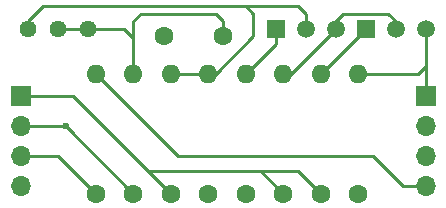
<source format=gtl>
G04 #@! TF.FileFunction,Copper,L1,Top,Signal*
%FSLAX46Y46*%
G04 Gerber Fmt 4.6, Leading zero omitted, Abs format (unit mm)*
G04 Created by KiCad (PCBNEW 4.0.7) date 12/13/18 17:40:25*
%MOMM*%
%LPD*%
G01*
G04 APERTURE LIST*
%ADD10C,0.100000*%
%ADD11C,1.600000*%
%ADD12O,1.600000X1.600000*%
%ADD13C,1.440000*%
%ADD14R,1.700000X1.700000*%
%ADD15O,1.700000X1.700000*%
%ADD16C,1.520000*%
%ADD17R,1.520000X1.520000*%
%ADD18C,0.600000*%
%ADD19C,0.250000*%
G04 APERTURE END LIST*
D10*
D11*
X150495000Y-135255000D03*
D12*
X150495000Y-125095000D03*
D13*
X135255000Y-121285000D03*
X137795000Y-121285000D03*
X140335000Y-121285000D03*
D11*
X151765000Y-121920000D03*
X146765000Y-121920000D03*
D14*
X168910000Y-127000000D03*
D15*
X168910000Y-129540000D03*
X168910000Y-132080000D03*
X168910000Y-134620000D03*
D16*
X158750000Y-121285000D03*
X161290000Y-121285000D03*
D17*
X156210000Y-121285000D03*
D16*
X166370000Y-121285000D03*
X168910000Y-121285000D03*
D17*
X163830000Y-121285000D03*
D11*
X144145000Y-135255000D03*
D12*
X144145000Y-125095000D03*
D11*
X147320000Y-135255000D03*
D12*
X147320000Y-125095000D03*
D11*
X156845000Y-135255000D03*
D12*
X156845000Y-125095000D03*
D11*
X153670000Y-135255000D03*
D12*
X153670000Y-125095000D03*
D11*
X160020000Y-135255000D03*
D12*
X160020000Y-125095000D03*
D11*
X163195000Y-135255000D03*
D12*
X163195000Y-125095000D03*
D11*
X140970000Y-135255000D03*
D12*
X140970000Y-125095000D03*
D14*
X134620000Y-127000000D03*
D15*
X134620000Y-129540000D03*
X134620000Y-132080000D03*
X134620000Y-134620000D03*
D18*
X138430000Y-129540000D03*
D19*
X144145000Y-125095000D02*
X144145000Y-122047000D01*
X144145000Y-122047000D02*
X144145000Y-121920000D01*
X144145000Y-122047000D02*
X144145000Y-121920000D01*
X144145000Y-121920000D02*
X144145000Y-120650000D01*
X151765000Y-120650000D02*
X151765000Y-121920000D01*
X151130000Y-120015000D02*
X151765000Y-120650000D01*
X144780000Y-120015000D02*
X151130000Y-120015000D01*
X144145000Y-120650000D02*
X144780000Y-120015000D01*
X140335000Y-121285000D02*
X143383000Y-121285000D01*
X143383000Y-121285000D02*
X144145000Y-122047000D01*
X137795000Y-121285000D02*
X140335000Y-121285000D01*
X138430000Y-129540000D02*
X144145000Y-135255000D01*
X134620000Y-129540000D02*
X138430000Y-129540000D01*
X134620000Y-132080000D02*
X137795000Y-132080000D01*
X137795000Y-132080000D02*
X140970000Y-135255000D01*
X134620000Y-127000000D02*
X139065000Y-127000000D01*
X139065000Y-127000000D02*
X145415000Y-133350000D01*
X154940000Y-133350000D02*
X158115000Y-133350000D01*
X158115000Y-133350000D02*
X160020000Y-135255000D01*
X145415000Y-133350000D02*
X154940000Y-133350000D01*
X154940000Y-133350000D02*
X156845000Y-135255000D01*
X145415000Y-133350000D02*
X147320000Y-135255000D01*
X163195000Y-125095000D02*
X168275000Y-125095000D01*
X168275000Y-125095000D02*
X168910000Y-124460000D01*
X168910000Y-121285000D02*
X168910000Y-124460000D01*
X168910000Y-127000000D02*
X168910000Y-124460000D01*
X168910000Y-134620000D02*
X167005000Y-134620000D01*
X147955000Y-132080000D02*
X140970000Y-125095000D01*
X164465000Y-132080000D02*
X147955000Y-132080000D01*
X167005000Y-134620000D02*
X164465000Y-132080000D01*
X150495000Y-125095000D02*
X151130000Y-125095000D01*
X151130000Y-125095000D02*
X154305000Y-121920000D01*
X154305000Y-120015000D02*
X153670000Y-119380000D01*
X154305000Y-121920000D02*
X154305000Y-120015000D01*
X147320000Y-125095000D02*
X150495000Y-125095000D01*
X135255000Y-121285000D02*
X135255000Y-120650000D01*
X135255000Y-120650000D02*
X136525000Y-119380000D01*
X136525000Y-119380000D02*
X153670000Y-119380000D01*
X153670000Y-119380000D02*
X154305000Y-119380000D01*
X158750000Y-121285000D02*
X158750000Y-120015000D01*
X158115000Y-119380000D02*
X155575000Y-119380000D01*
X155575000Y-119380000D02*
X154305000Y-119380000D01*
X158750000Y-120015000D02*
X158115000Y-119380000D01*
X156845000Y-125095000D02*
X157480000Y-125095000D01*
X157480000Y-125095000D02*
X161290000Y-121285000D01*
X161290000Y-121285000D02*
X161290000Y-120650000D01*
X161290000Y-120650000D02*
X161925000Y-120015000D01*
X165735000Y-120015000D02*
X166370000Y-120650000D01*
X161925000Y-120015000D02*
X165735000Y-120015000D01*
X166370000Y-120650000D02*
X166370000Y-121285000D01*
X156210000Y-121285000D02*
X156210000Y-122555000D01*
X156210000Y-122555000D02*
X153670000Y-125095000D01*
X160020000Y-125095000D02*
X163830000Y-121285000D01*
M02*

</source>
